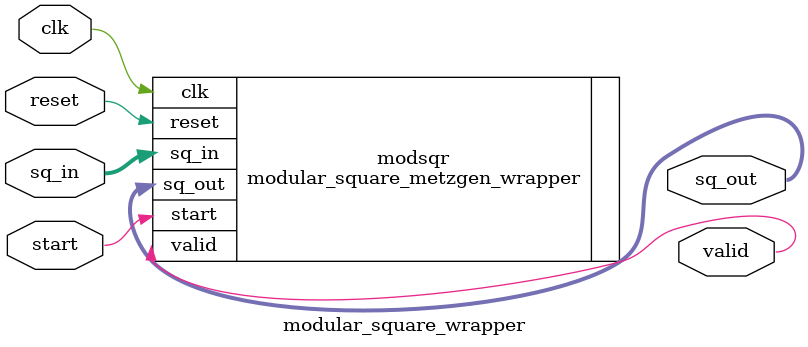
<source format=sv>
/*******************************************************************************
  Copyright 2019 Supranational LLC

  Licensed under the Apache License, Version 2.0 (the "License");
  you may not use this file except in compliance with the License.
  You may obtain a copy of the License at

    http://www.apache.org/licenses/LICENSE-2.0

  Unless required by applicable law or agreed to in writing, software
  distributed under the License is distributed on an "AS IS" BASIS,
  WITHOUT WARRANTIES OR CONDITIONS OF ANY KIND, either express or implied.
  See the License for the specific language governing permissions and
  limitations under the License.
*******************************************************************************/

`ifndef MOD_LEN_DEF
`define MOD_LEN_DEF 1024
`endif
`ifndef MODULUS_DEF
 `define MODULUS_DEF 1024'd124066695684124741398798927404814432744698427125735684128131855064976895337309138910015071214657674309443149407457493434579063840841220334555160125016331040933690674569571217337630239191517205721310197608387239846364360850220896772964978569683229449266819903414117058030106528073928633017118689826625594484331
`endif

module modular_square_wrapper
#(
	parameter int MOD_LEN = `MOD_LEN_DEF,
	parameter MODULUS = `MODULUS_DEF,
	parameter USE_DENSE_ADDERS = 1
)
(
	input logic                     clk,
	input logic                     reset,
	input logic                     start,
	input logic [MOD_LEN-1:0]       sq_in,
	output logic [MOD_LEN-1:0] 	    sq_out,
	output logic                    valid
);

 	modular_square_metzgen_wrapper      // Uses Clock-domain crossing
	//modular_square_metzgen                 // Single Clock
	#(
		.MOD_LEN  (MOD_LEN),
		.MODULUS  (MODULUS),
		.USE_DENSE_ADDERS (USE_DENSE_ADDERS)
	)
	modsqr(
		.clk        (clk),
		.reset      (reset),
		.start      (start),
		.sq_in      (sq_in),
		.sq_out     (sq_out),
		.valid      (valid)
	);

endmodule

</source>
